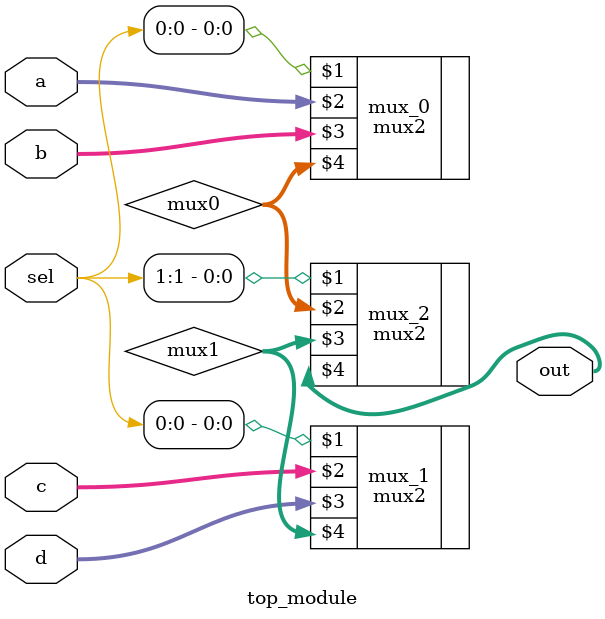
<source format=v>
module top_module (
    input [1:0] sel,
    input [7:0] a,
    input [7:0] b,
    input [7:0] c,
    input [7:0] d,
    output [7:0] out  ); //

    wire [7:0] mux0, mux1;
    mux2 mux_0 ( sel[0],    a,    b, mux0 );
    mux2 mux_1 ( sel[0],    c,    d, mux1 );
    mux2 mux_2 ( sel[1], mux0, mux1,  out );

endmodule


</source>
